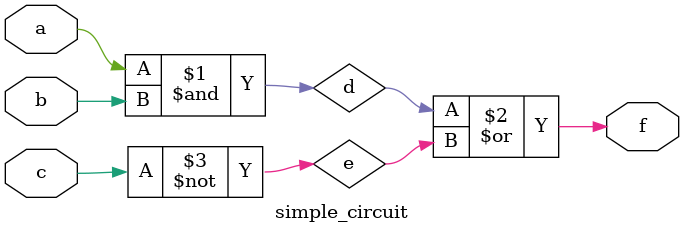
<source format=v>
module simple_circuit(
    input a,  // Input wire a
    input b,  // Input wire b
    input c,  // Input wire c
    output f  // Output wire f
);

wire d, e; // Declare intermediate wires

and and1(d, a, b);    // AND gate, inputs a and b, output to d
not inverter1(e, c);  // Inverter gate, input c, output to e
or or1(f, d, e);      // OR gate, inputs d and e, output to f

endmodule

</source>
